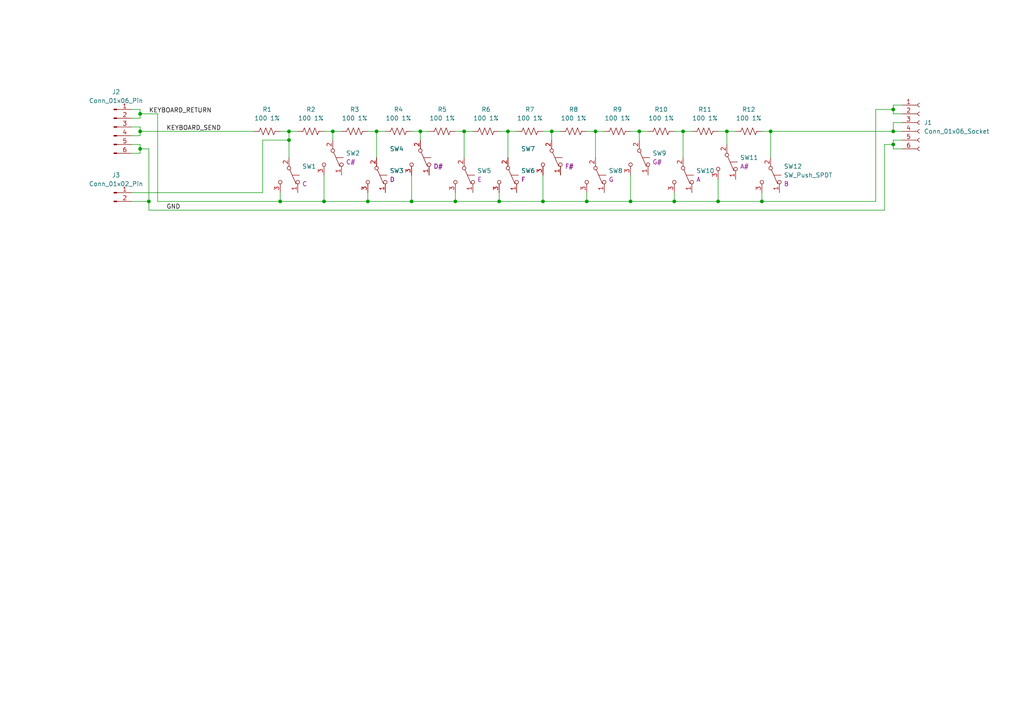
<source format=kicad_sch>
(kicad_sch (version 20231120) (generator "eeschema") (generator_version "8.0")
  (paper "A4")
  (lib_symbols
    (symbol "Connector:Conn_01x02_Pin" (pin_names (offset 1.016) hide)
      (property "Reference" "J" (at 0 2.54 0))
      (property "Value" "Conn_01x02_Pin" (at 0 -5.08 0))
      (symbol "Conn_01x02_Pin_1_1"
        (polyline (pts (xy 1.27 -2.54) (xy 0.8636 -2.54)) (stroke (width 0.1524)))
        (polyline (pts (xy 1.27 0) (xy 0.8636 0)) (stroke (width 0.1524)))
        (rectangle (start 0.8636 -2.413) (end 0 -2.667) (stroke (width 0.1524)) (fill (type outline)))
        (rectangle (start 0.8636 0.127) (end 0 -0.127) (stroke (width 0.1524)) (fill (type outline)))
        (pin passive line (at 5.08 0 180) (length 3.81) (name "Pin_1") (number "1"))
        (pin passive line (at 5.08 -2.54 180) (length 3.81) (name "Pin_2") (number "2"))
      )
    )
    (symbol "Connector:Conn_01x06_Pin" (pin_names (offset 1.016) hide)
      (property "Reference" "J" (at 0 7.62 0))
      (property "Value" "Conn_01x06_Pin" (at 0 -10.16 0))
      (symbol "Conn_01x06_Pin_1_1"
        (polyline (pts (xy 1.27 -7.62) (xy 0.8636 -7.62)) (stroke (width 0.1524)))
        (polyline (pts (xy 1.27 -5.08) (xy 0.8636 -5.08)) (stroke (width 0.1524)))
        (polyline (pts (xy 1.27 -2.54) (xy 0.8636 -2.54)) (stroke (width 0.1524)))
        (polyline (pts (xy 1.27 0) (xy 0.8636 0)) (stroke (width 0.1524)))
        (polyline (pts (xy 1.27 2.54) (xy 0.8636 2.54)) (stroke (width 0.1524)))
        (polyline (pts (xy 1.27 5.08) (xy 0.8636 5.08)) (stroke (width 0.1524)))
        (rectangle (start 0.8636 -7.493) (end 0 -7.747) (stroke (width 0.1524)) (fill (type outline)))
        (rectangle (start 0.8636 -4.953) (end 0 -5.207) (stroke (width 0.1524)) (fill (type outline)))
        (rectangle (start 0.8636 -2.413) (end 0 -2.667) (stroke (width 0.1524)) (fill (type outline)))
        (rectangle (start 0.8636 0.127) (end 0 -0.127) (stroke (width 0.1524)) (fill (type outline)))
        (rectangle (start 0.8636 2.667) (end 0 2.413) (stroke (width 0.1524)) (fill (type outline)))
        (rectangle (start 0.8636 5.207) (end 0 4.953) (stroke (width 0.1524)) (fill (type outline)))
        (pin passive line (at 5.08 5.08 180) (length 3.81) (name "Pin_1") (number "1"))
        (pin passive line (at 5.08 2.54 180) (length 3.81) (name "Pin_2") (number "2"))
        (pin passive line (at 5.08 0 180) (length 3.81) (name "Pin_3") (number "3"))
        (pin passive line (at 5.08 -2.54 180) (length 3.81) (name "Pin_4") (number "4"))
        (pin passive line (at 5.08 -5.08 180) (length 3.81) (name "Pin_5") (number "5"))
        (pin passive line (at 5.08 -7.62 180) (length 3.81) (name "Pin_6") (number "6"))
      )
    )
    (symbol "Connector:Conn_01x06_Socket" (pin_names (offset 1.016) hide)
      (property "Reference" "J" (at 0 7.62 0))
      (property "Value" "Conn_01x06_Socket" (at 0 -10.16 0))
      (symbol "Conn_01x06_Socket_1_1"
        (arc (start 0 -7.112) (mid -0.5058 -7.62) (end 0 -8.128) (stroke (width 0.1524)))
        (arc (start 0 -4.572) (mid -0.5058 -5.08) (end 0 -5.588) (stroke (width 0.1524)))
        (arc (start 0 -2.032) (mid -0.5058 -2.54) (end 0 -3.048) (stroke (width 0.1524)))
        (polyline (pts (xy -1.27 -7.62) (xy -0.508 -7.62)) (stroke (width 0.1524)))
        (polyline (pts (xy -1.27 -5.08) (xy -0.508 -5.08)) (stroke (width 0.1524)))
        (polyline (pts (xy -1.27 -2.54) (xy -0.508 -2.54)) (stroke (width 0.1524)))
        (polyline (pts (xy -1.27 0) (xy -0.508 0)) (stroke (width 0.1524)))
        (polyline (pts (xy -1.27 2.54) (xy -0.508 2.54)) (stroke (width 0.1524)))
        (polyline (pts (xy -1.27 5.08) (xy -0.508 5.08)) (stroke (width 0.1524)))
        (arc (start 0 0.508) (mid -0.5058 0) (end 0 -0.508) (stroke (width 0.1524)))
        (arc (start 0 3.048) (mid -0.5058 2.54) (end 0 2.032) (stroke (width 0.1524)))
        (arc (start 0 5.588) (mid -0.5058 5.08) (end 0 4.572) (stroke (width 0.1524)))
        (pin passive line (at -5.08 5.08 0) (length 3.81) (name "Pin_1") (number "1"))
        (pin passive line (at -5.08 2.54 0) (length 3.81) (name "Pin_2") (number "2"))
        (pin passive line (at -5.08 0 0) (length 3.81) (name "Pin_3") (number "3"))
        (pin passive line (at -5.08 -2.54 0) (length 3.81) (name "Pin_4") (number "4"))
        (pin passive line (at -5.08 -5.08 0) (length 3.81) (name "Pin_5") (number "5"))
        (pin passive line (at -5.08 -7.62 0) (length 3.81) (name "Pin_6") (number "6"))
      )
    )
    (symbol "Device:R_US" (pin_numbers hide) (pin_names (offset 0))
      (property "Reference" "R" (at 2.54 0 90))
      (property "Value" "R_US" (at -2.54 0 90))
      (symbol "R_US_0_1"
        (polyline (pts (xy 0 -2.286) (xy 0 -2.54)))
        (polyline (pts (xy 0 2.286) (xy 0 2.54)))
        (polyline (pts (xy 0 -0.762) (xy 1.016 -1.143) (xy 0 -1.524) (xy -1.016 -1.905) (xy 0 -2.286)))
        (polyline (pts (xy 0 0.762) (xy 1.016 0.381) (xy 0 0) (xy -1.016 -0.381) (xy 0 -0.762)))
        (polyline (pts (xy 0 2.286) (xy 1.016 1.905) (xy 0 1.524) (xy -1.016 1.143) (xy 0 0.762)))
      )
      (symbol "R_US_1_1"
        (pin passive line (at 0 3.81 270) (length 1.27) (name "~") (number "1"))
        (pin passive line (at 0 -3.81 90) (length 1.27) (name "~") (number "2"))
      )
    )
    (symbol "Switch:SW_Push_SPDT" (pin_names (offset 0) hide)
      (property "Reference" "SW" (at 0 4.318 0))
      (property "Value" "SW_Push_SPDT" (at 0 -5.08 0))
      (symbol "SW_Push_SPDT_0_0"
        (circle (center -2.032 0) (radius 0.508))
        (polyline (pts (xy 0 1.016) (xy 0 3.048)))
        (circle (center 2.032 -2.54) (radius 0.508))
      )
      (symbol "SW_Push_SPDT_0_1"
        (polyline (pts (xy -1.524 0.254) (xy 2.54 2.032)))
        (circle (center 2.032 2.54) (radius 0.508))
      )
      (symbol "SW_Push_SPDT_1_1"
        (pin passive line (at 5.08 2.54 180) (length 2.54) (name "A") (number "1"))
        (pin passive line (at -5.08 0 0) (length 2.54) (name "B") (number "2"))
        (pin passive line (at 5.08 -2.54 180) (length 2.54) (name "C") (number "3"))
      )
    )
  )
  (junction (at 40.64 38.1))
  (junction (at 208.28 58.42))
  (junction (at 160.02 38.1))
  (junction (at 220.98 58.42))
  (junction (at 259.08 31.75))
  (junction (at 147.32 38.1))
  (junction (at 83.82 40.64))
  (junction (at 96.52 38.1))
  (junction (at 223.52 38.1))
  (junction (at 121.92 38.1))
  (junction (at 259.08 38.1))
  (junction (at 210.82 38.1))
  (junction (at 109.22 38.1))
  (junction (at 134.62 38.1))
  (junction (at 195.58 58.42))
  (junction (at 259.08 41.91))
  (junction (at 172.72 38.1))
  (junction (at 170.18 58.42))
  (junction (at 157.48 58.42))
  (junction (at 119.38 58.42))
  (junction (at 144.78 58.42))
  (junction (at 93.98 58.42))
  (junction (at 43.18 58.42))
  (junction (at 185.42 38.1))
  (junction (at 182.88 58.42))
  (junction (at 106.68 58.42))
  (junction (at 83.82 38.1))
  (junction (at 81.28 58.42))
  (junction (at 40.64 33.02))
  (junction (at 40.64 43.18))
  (junction (at 198.12 38.1))
  (junction (at 132.08 58.42))
  (wire (pts (xy 76.2 55.88) (xy 76.2 40.64)))
  (wire (pts (xy 182.88 58.42) (xy 170.18 58.42)))
  (wire (pts (xy 83.82 38.1) (xy 83.82 40.64)))
  (wire (pts (xy 195.58 38.1) (xy 198.12 38.1)))
  (wire (pts (xy 210.82 38.1) (xy 210.82 41.91)))
  (wire (pts (xy 259.08 43.18) (xy 261.62 43.18)))
  (wire (pts (xy 121.92 38.1) (xy 121.92 40.64)))
  (wire (pts (xy 210.82 38.1) (xy 213.36 38.1)))
  (wire (pts (xy 109.22 38.1) (xy 111.76 38.1)))
  (wire (pts (xy 259.08 35.56) (xy 261.62 35.56)))
  (wire (pts (xy 195.58 58.42) (xy 208.28 58.42)))
  (wire (pts (xy 121.92 38.1) (xy 124.46 38.1)))
  (wire (pts (xy 40.64 38.1) (xy 40.64 39.37)))
  (wire (pts (xy 38.1 55.88) (xy 76.2 55.88)))
  (wire (pts (xy 198.12 38.1) (xy 200.66 38.1)))
  (wire (pts (xy 208.28 52.07) (xy 208.28 58.42)))
  (wire (pts (xy 170.18 58.42) (xy 170.18 55.88)))
  (wire (pts (xy 185.42 38.1) (xy 187.96 38.1)))
  (wire (pts (xy 259.08 35.56) (xy 259.08 38.1)))
  (wire (pts (xy 259.08 41.91) (xy 256.54 41.91)))
  (wire (pts (xy 254 31.75) (xy 254 58.42)))
  (wire (pts (xy 198.12 38.1) (xy 198.12 45.72)))
  (wire (pts (xy 259.08 31.75) (xy 254 31.75)))
  (wire (pts (xy 144.78 38.1) (xy 147.32 38.1)))
  (wire (pts (xy 254 58.42) (xy 220.98 58.42)))
  (wire (pts (xy 96.52 38.1) (xy 99.06 38.1)))
  (wire (pts (xy 208.28 58.42) (xy 220.98 58.42)))
  (wire (pts (xy 172.72 38.1) (xy 175.26 38.1)))
  (wire (pts (xy 119.38 58.42) (xy 119.38 50.8)))
  (wire (pts (xy 144.78 58.42) (xy 132.08 58.42)))
  (wire (pts (xy 40.64 43.18) (xy 40.64 44.45)))
  (wire (pts (xy 106.68 58.42) (xy 106.68 55.88)))
  (wire (pts (xy 38.1 39.37) (xy 40.64 39.37)))
  (wire (pts (xy 259.08 30.48) (xy 259.08 31.75)))
  (wire (pts (xy 76.2 40.64) (xy 83.82 40.64)))
  (wire (pts (xy 185.42 38.1) (xy 185.42 40.64)))
  (wire (pts (xy 170.18 58.42) (xy 157.48 58.42)))
  (wire (pts (xy 157.48 58.42) (xy 144.78 58.42)))
  (wire (pts (xy 119.38 38.1) (xy 121.92 38.1)))
  (wire (pts (xy 81.28 38.1) (xy 83.82 38.1)))
  (wire (pts (xy 147.32 38.1) (xy 147.32 45.72)))
  (wire (pts (xy 45.72 33.02) (xy 45.72 58.42)))
  (wire (pts (xy 132.08 58.42) (xy 132.08 55.88)))
  (wire (pts (xy 172.72 38.1) (xy 172.72 45.72)))
  (wire (pts (xy 259.08 41.91) (xy 259.08 43.18)))
  (wire (pts (xy 160.02 38.1) (xy 162.56 38.1)))
  (wire (pts (xy 40.64 41.91) (xy 38.1 41.91)))
  (wire (pts (xy 38.1 58.42) (xy 43.18 58.42)))
  (wire (pts (xy 144.78 58.42) (xy 144.78 55.88)))
  (wire (pts (xy 93.98 38.1) (xy 96.52 38.1)))
  (wire (pts (xy 93.98 58.42) (xy 81.28 58.42)))
  (wire (pts (xy 40.64 43.18) (xy 40.64 41.91)))
  (wire (pts (xy 134.62 38.1) (xy 137.16 38.1)))
  (wire (pts (xy 83.82 40.64) (xy 83.82 45.72)))
  (wire (pts (xy 38.1 31.75) (xy 40.64 31.75)))
  (wire (pts (xy 259.08 30.48) (xy 261.62 30.48)))
  (wire (pts (xy 81.28 58.42) (xy 81.28 55.88)))
  (wire (pts (xy 132.08 58.42) (xy 119.38 58.42)))
  (wire (pts (xy 160.02 38.1) (xy 160.02 40.64)))
  (wire (pts (xy 261.62 40.64) (xy 259.08 40.64)))
  (wire (pts (xy 106.68 38.1) (xy 109.22 38.1)))
  (wire (pts (xy 195.58 58.42) (xy 182.88 58.42)))
  (wire (pts (xy 259.08 31.75) (xy 259.08 33.02)))
  (wire (pts (xy 223.52 38.1) (xy 223.52 45.72)))
  (wire (pts (xy 40.64 34.29) (xy 40.64 33.02)))
  (wire (pts (xy 220.98 38.1) (xy 223.52 38.1)))
  (wire (pts (xy 220.98 55.88) (xy 220.98 58.42)))
  (wire (pts (xy 106.68 58.42) (xy 93.98 58.42)))
  (wire (pts (xy 38.1 34.29) (xy 40.64 34.29)))
  (wire (pts (xy 43.18 60.96) (xy 256.54 60.96)))
  (wire (pts (xy 40.64 33.02) (xy 45.72 33.02)))
  (wire (pts (xy 38.1 36.83) (xy 40.64 36.83)))
  (wire (pts (xy 157.48 58.42) (xy 157.48 50.8)))
  (wire (pts (xy 43.18 43.18) (xy 40.64 43.18)))
  (wire (pts (xy 43.18 60.96) (xy 43.18 58.42)))
  (wire (pts (xy 40.64 36.83) (xy 40.64 38.1)))
  (wire (pts (xy 38.1 44.45) (xy 40.64 44.45)))
  (wire (pts (xy 259.08 33.02) (xy 261.62 33.02)))
  (wire (pts (xy 119.38 58.42) (xy 106.68 58.42)))
  (wire (pts (xy 40.64 33.02) (xy 40.64 31.75)))
  (wire (pts (xy 182.88 38.1) (xy 185.42 38.1)))
  (wire (pts (xy 182.88 58.42) (xy 182.88 50.8)))
  (wire (pts (xy 259.08 40.64) (xy 259.08 41.91)))
  (wire (pts (xy 93.98 58.42) (xy 93.98 50.8)))
  (wire (pts (xy 45.72 58.42) (xy 81.28 58.42)))
  (wire (pts (xy 256.54 41.91) (xy 256.54 60.96)))
  (wire (pts (xy 96.52 38.1) (xy 96.52 40.64)))
  (wire (pts (xy 208.28 38.1) (xy 210.82 38.1)))
  (wire (pts (xy 157.48 38.1) (xy 160.02 38.1)))
  (wire (pts (xy 109.22 38.1) (xy 109.22 45.72)))
  (wire (pts (xy 134.62 38.1) (xy 134.62 45.72)))
  (wire (pts (xy 195.58 58.42) (xy 195.58 55.88)))
  (wire (pts (xy 170.18 38.1) (xy 172.72 38.1)))
  (wire (pts (xy 83.82 38.1) (xy 86.36 38.1)))
  (wire (pts (xy 147.32 38.1) (xy 149.86 38.1)))
  (wire (pts (xy 40.64 38.1) (xy 73.66 38.1)))
  (wire (pts (xy 43.18 58.42) (xy 43.18 43.18)))
  (wire (pts (xy 259.08 38.1) (xy 261.62 38.1)))
  (wire (pts (xy 132.08 38.1) (xy 134.62 38.1)))
  (wire (pts (xy 223.52 38.1) (xy 259.08 38.1)))
  (label "GND" (at 48.26 60.96 0))
  (label "KEYBOARD_RETURN" (at 43.18 33.02 0))
  (label "KEYBOARD_SEND" (at 48.26 38.1 0))
  (symbol (lib_id "Device:R_US") (at 191.77 38.1 90) (unit 1)
    (property "Reference" "R10" (at 191.77 31.75 90))
    (property "Value" "100 1%" (at 191.77 34.29 90))
    (property "Footprint" "Resistor_THT:R_Axial_DIN0207_L6.3mm_D2.5mm_P10.16mm_Horizontal" (effects (hide yes)))
  )
  (symbol (lib_id "Switch:SW_Push_SPDT") (at 109.22 50.8 270) (unit 1)
    (property "Reference" "SW3" (at 113.03 49.53 90) (effects (justify left)))
    (property "Value" "SW_Push_SPDT" (effects (hide yes)))
    (property "Footprint" "Switch_Tactile:PB_86_A0" (effects (hide yes)))
    (property "Note" "D" (at 113.03 52.07 90) (effects (justify left)))
  )
  (symbol (lib_id "Switch:SW_Push_SPDT") (at 134.62 50.8 270) (unit 1)
    (property "Reference" "SW5" (at 138.43 49.53 90) (effects (justify left)))
    (property "Value" "SW_Push_SPDT" (effects (hide yes)))
    (property "Footprint" "Switch_Tactile:PB_86_A0" (effects (hide yes)))
    (property "Note" "E" (at 138.43 52.07 90) (effects (justify left)))
  )
  (symbol (lib_id "Device:R_US") (at 90.17 38.1 90) (unit 1)
    (property "Reference" "R2" (at 90.17 31.75 90))
    (property "Value" "100 1%" (at 90.17 34.29 90))
    (property "Footprint" "Resistor_THT:R_Axial_DIN0207_L6.3mm_D2.5mm_P10.16mm_Horizontal" (effects (hide yes)))
  )
  (symbol (lib_id "Switch:SW_Push_SPDT") (at 198.12 50.8 270) (unit 1)
    (property "Reference" "SW10" (at 201.93 49.53 90) (effects (justify left)))
    (property "Value" "SW_Push_SPDT" (effects (hide yes)))
    (property "Footprint" "Switch_Tactile:PB_86_A0" (effects (hide yes)))
    (property "Note" "A" (at 201.93 52.07 90) (effects (justify left)))
  )
  (symbol (lib_id "Device:R_US") (at 166.37 38.1 90) (unit 1)
    (property "Reference" "R8" (at 166.37 31.75 90))
    (property "Value" "100 1%" (at 166.37 34.29 90))
    (property "Footprint" "Resistor_THT:R_Axial_DIN0207_L6.3mm_D2.5mm_P10.16mm_Horizontal" (effects (hide yes)))
  )
  (symbol (lib_id "Switch:SW_Push_SPDT") (at 147.32 50.8 270) (unit 1)
    (property "Reference" "SW6" (at 151.13 49.53 90) (effects (justify left)))
    (property "Value" "SW_Push_SPDT" (effects (hide yes)))
    (property "Footprint" "Switch_Tactile:PB_86_A0" (effects (hide yes)))
    (property "Note" "F" (at 151.13 52.07 90) (effects (justify left)))
  )
  (symbol (lib_id "Device:R_US") (at 102.87 38.1 90) (unit 1)
    (property "Reference" "R3" (at 102.87 31.75 90))
    (property "Value" "100 1%" (at 102.87 34.29 90))
    (property "Footprint" "Resistor_THT:R_Axial_DIN0207_L6.3mm_D2.5mm_P10.16mm_Horizontal" (effects (hide yes)))
  )
  (symbol (lib_id "Switch:SW_Push_SPDT") (at 210.82 46.99 270) (unit 1)
    (property "Reference" "SW11" (at 214.63 45.72 90) (effects (justify left)))
    (property "Value" "SW_Push_SPDT" (effects (hide yes)))
    (property "Footprint" "Switch_Tactile:PB_86_A0" (effects (hide yes)))
    (property "Note" "A#" (at 214.63 48.26 90) (effects (justify left)))
  )
  (symbol (lib_id "Device:R_US") (at 217.17 38.1 90) (unit 1)
    (property "Reference" "R12" (at 217.17 31.75 90))
    (property "Value" "100 1%" (at 217.17 34.29 90))
    (property "Footprint" "Resistor_THT:R_Axial_DIN0207_L6.3mm_D2.5mm_P10.16mm_Horizontal" (effects (hide yes)))
  )
  (symbol (lib_id "Device:R_US") (at 204.47 38.1 90) (unit 1)
    (property "Reference" "R11" (at 204.47 31.75 90))
    (property "Value" "100 1%" (at 204.47 34.29 90))
    (property "Footprint" "Resistor_THT:R_Axial_DIN0207_L6.3mm_D2.5mm_P10.16mm_Horizontal" (effects (hide yes)))
  )
  (symbol (lib_id "Device:R_US") (at 179.07 38.1 90) (unit 1)
    (property "Reference" "R9" (at 179.07 31.75 90))
    (property "Value" "100 1%" (at 179.07 34.29 90))
    (property "Footprint" "Resistor_THT:R_Axial_DIN0207_L6.3mm_D2.5mm_P10.16mm_Horizontal" (effects (hide yes)))
  )
  (symbol (lib_id "Switch:SW_Push_SPDT") (at 223.52 50.8 270) (unit 1)
    (property "Reference" "SW12" (at 227.33 48.26 90) (effects (justify left)))
    (property "Value" "SW_Push_SPDT" (at 227.33 50.8 90) (effects (justify left)))
    (property "Footprint" "Switch_Tactile:PB_86_A0" (effects (hide yes)))
    (property "Note" "B" (at 227.33 53.34 90) (effects (justify left)))
  )
  (symbol (lib_id "Connector:Conn_01x06_Pin") (at 33.02 36.83 0) (unit 1)
    (property "Reference" "J2" (at 33.655 26.67 0))
    (property "Value" "Conn_01x06_Pin" (at 33.655 29.21 0))
    (property "Footprint" "Connector_PinHeader_2.54mm:PinHeader_1x06_P2.54mm_Horizontal" (effects (hide yes)))
  )
  (symbol (lib_id "Device:R_US") (at 115.57 38.1 90) (unit 1)
    (property "Reference" "R4" (at 115.57 31.75 90))
    (property "Value" "100 1%" (at 115.57 34.29 90))
    (property "Footprint" "Resistor_THT:R_Axial_DIN0207_L6.3mm_D2.5mm_P10.16mm_Horizontal" (effects (hide yes)))
  )
  (symbol (lib_id "Switch:SW_Push_SPDT") (at 83.82 50.8 270) (unit 1)
    (property "Reference" "SW1" (at 87.63 48.26 90) (effects (justify left)))
    (property "Value" "SW_Push_SPDT" (effects (hide yes)))
    (property "Footprint" "Switch_Tactile:PB_86_A0" (effects (hide yes)))
    (property "Note" "C" (at 87.63 53.34 90) (effects (justify left)))
  )
  (symbol (lib_id "Switch:SW_Push_SPDT") (at 96.52 45.72 270) (unit 1)
    (property "Reference" "SW2" (at 100.33 44.45 90) (effects (justify left)))
    (property "Value" "SW_Push_SPDT" (effects (hide yes)))
    (property "Footprint" "Switch_Tactile:PB_86_A0" (effects (hide yes)))
    (property "Note" "C#" (at 100.33 46.99 90) (effects (justify left)))
  )
  (symbol (lib_id "Switch:SW_Push_SPDT") (at 121.92 45.72 270) (unit 1)
    (property "Reference" "SW4" (at 113.03 43.18 90) (effects (justify left)))
    (property "Value" "SW_Push_SPDT" (effects (hide yes)))
    (property "Footprint" "Switch_Tactile:PB_86_A0" (effects (hide yes)))
    (property "Note" "D#" (at 125.73 48.26 90) (effects (justify left)))
  )
  (symbol (lib_id "Switch:SW_Push_SPDT") (at 185.42 45.72 270) (unit 1)
    (property "Reference" "SW9" (at 189.23 44.45 90) (effects (justify left)))
    (property "Value" "SW_Push_SPDT" (effects (hide yes)))
    (property "Footprint" "Switch_Tactile:PB_86_A0" (effects (hide yes)))
    (property "Note" "G#" (at 189.23 46.99 90) (effects (justify left)))
  )
  (symbol (lib_id "Device:R_US") (at 128.27 38.1 90) (unit 1)
    (property "Reference" "R5" (at 128.27 31.75 90))
    (property "Value" "100 1%" (at 128.27 34.29 90))
    (property "Footprint" "Resistor_THT:R_Axial_DIN0207_L6.3mm_D2.5mm_P10.16mm_Horizontal" (effects (hide yes)))
  )
  (symbol (lib_id "Switch:SW_Push_SPDT") (at 172.72 50.8 270) (unit 1)
    (property "Reference" "SW8" (at 176.53 49.53 90) (effects (justify left)))
    (property "Value" "SW_Push_SPDT" (effects (hide yes)))
    (property "Footprint" "Switch_Tactile:PB_86_A0" (effects (hide yes)))
    (property "Note" "G" (at 176.53 52.07 90) (effects (justify left)))
  )
  (symbol (lib_id "Device:R_US") (at 153.67 38.1 90) (unit 1)
    (property "Reference" "R7" (at 153.67 31.75 90))
    (property "Value" "100 1%" (at 153.67 34.29 90))
    (property "Footprint" "Resistor_THT:R_Axial_DIN0207_L6.3mm_D2.5mm_P10.16mm_Horizontal" (effects (hide yes)))
  )
  (symbol (lib_id "Device:R_US") (at 140.97 38.1 90) (unit 1)
    (property "Reference" "R6" (at 140.97 31.75 90))
    (property "Value" "100 1%" (at 140.97 34.29 90))
    (property "Footprint" "Resistor_THT:R_Axial_DIN0207_L6.3mm_D2.5mm_P10.16mm_Horizontal" (effects (hide yes)))
  )
  (symbol (lib_id "Connector:Conn_01x06_Socket") (at 266.7 35.56 0) (unit 1)
    (property "Reference" "J1" (at 267.97 35.56 0) (effects (justify left)))
    (property "Value" "Conn_01x06_Socket" (at 267.97 38.1 0) (effects (justify left)))
    (property "Footprint" "Connector_PinSocket_2.54mm:PinSocket_1x06_P2.54mm_Horizontal" (effects (hide yes)))
  )
  (symbol (lib_id "Connector:Conn_01x02_Pin") (at 33.02 55.88 0) (unit 1)
    (property "Reference" "J3" (at 33.655 50.8 0))
    (property "Value" "Conn_01x02_Pin" (at 33.655 53.34 0))
    (property "Footprint" "Connector_PinHeader_2.54mm:PinHeader_1x02_P2.54mm_Horizontal" (effects (hide yes)))
  )
  (symbol (lib_id "Device:R_US") (at 77.47 38.1 90) (unit 1)
    (property "Reference" "R1" (at 77.47 31.75 90))
    (property "Value" "100 1%" (at 77.47 34.29 90))
    (property "Footprint" "Resistor_THT:R_Axial_DIN0207_L6.3mm_D2.5mm_P10.16mm_Horizontal" (effects (hide yes)))
  )
  (symbol (lib_id "Switch:SW_Push_SPDT") (at 160.02 45.72 270) (unit 1)
    (property "Reference" "SW7" (at 151.13 43.18 90) (effects (justify left)))
    (property "Value" "SW_Push_SPDT" (effects (hide yes)))
    (property "Footprint" "Switch_Tactile:PB_86_A0" (effects (hide yes)))
    (property "Note" "F#" (at 163.83 48.26 90) (effects (justify left)))
  )
)
</source>
